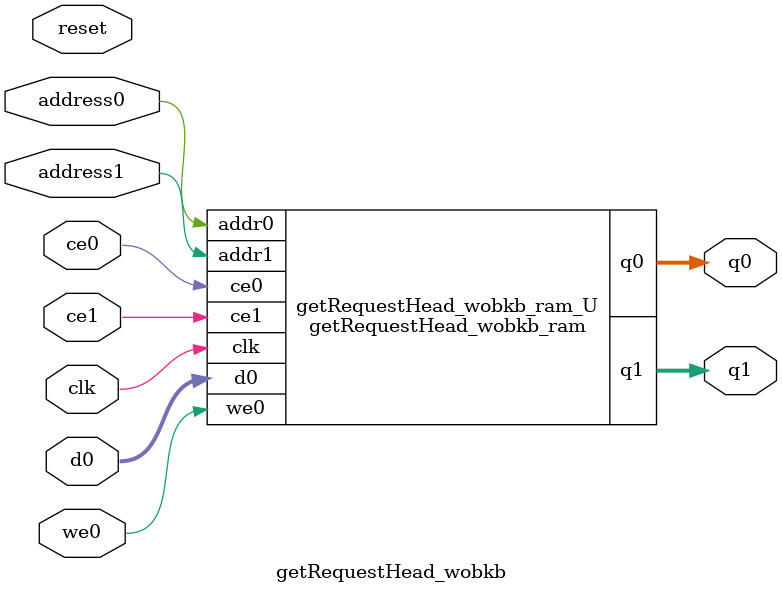
<source format=v>

`timescale 1 ns / 1 ps
module getRequestHead_wobkb_ram (addr0, ce0, d0, we0, q0, addr1, ce1, q1,  clk);

parameter DWIDTH = 32;
parameter AWIDTH = 1;
parameter MEM_SIZE = 2;

input[AWIDTH-1:0] addr0;
input ce0;
input[DWIDTH-1:0] d0;
input we0;
output reg[DWIDTH-1:0] q0;
input[AWIDTH-1:0] addr1;
input ce1;
output reg[DWIDTH-1:0] q1;
input clk;

(* ram_style = "distributed" *)reg [DWIDTH-1:0] ram[0:MEM_SIZE-1];




always @(posedge clk)  
begin 
    if (ce0) 
    begin
        if (we0) 
        begin 
            ram[addr0] <= d0; 
            q0 <= d0;
        end 
        else 
            q0 <= ram[addr0];
    end
end


always @(posedge clk)  
begin 
    if (ce1) 
    begin
            q1 <= ram[addr1];
    end
end


endmodule


`timescale 1 ns / 1 ps
module getRequestHead_wobkb(
    reset,
    clk,
    address0,
    ce0,
    we0,
    d0,
    q0,
    address1,
    ce1,
    q1);

parameter DataWidth = 32'd32;
parameter AddressRange = 32'd2;
parameter AddressWidth = 32'd1;
input reset;
input clk;
input[AddressWidth - 1:0] address0;
input ce0;
input we0;
input[DataWidth - 1:0] d0;
output[DataWidth - 1:0] q0;
input[AddressWidth - 1:0] address1;
input ce1;
output[DataWidth - 1:0] q1;



getRequestHead_wobkb_ram getRequestHead_wobkb_ram_U(
    .clk( clk ),
    .addr0( address0 ),
    .ce0( ce0 ),
    .d0( d0 ),
    .we0( we0 ),
    .q0( q0 ),
    .addr1( address1 ),
    .ce1( ce1 ),
    .q1( q1 ));

endmodule


</source>
